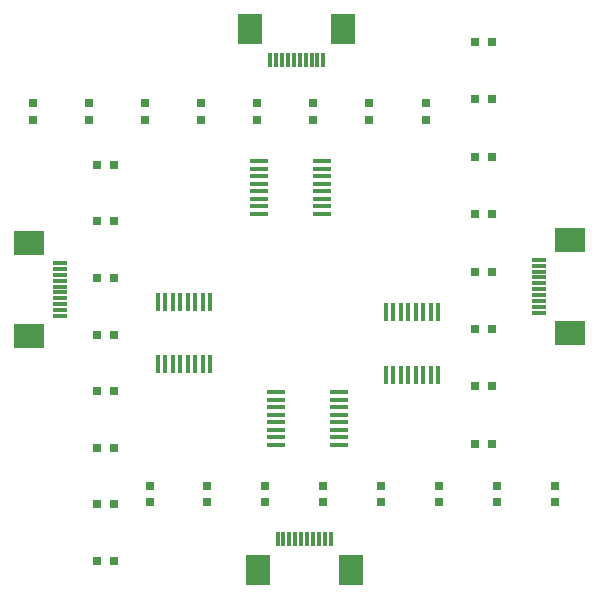
<source format=gtp>
G04*
G04 #@! TF.GenerationSoftware,Altium Limited,Altium Designer,19.0.10 (269)*
G04*
G04 Layer_Color=8421504*
%FSLAX43Y43*%
%MOMM*%
G71*
G01*
G75*
%ADD13R,1.600X0.356*%
%ADD14R,0.762X0.762*%
%ADD15R,2.500X2.000*%
%ADD16R,1.270X0.300*%
%ADD17R,2.000X2.500*%
%ADD18R,0.300X1.270*%
%ADD19R,0.762X0.762*%
%ADD20R,0.356X1.600*%
D13*
X21476Y36894D02*
D03*
Y36258D02*
D03*
Y35624D02*
D03*
Y34988D02*
D03*
Y34354D02*
D03*
Y33718D02*
D03*
Y33083D02*
D03*
Y32449D02*
D03*
X26784D02*
D03*
Y33083D02*
D03*
Y33718D02*
D03*
Y34354D02*
D03*
Y34988D02*
D03*
Y35624D02*
D03*
Y36258D02*
D03*
Y36894D02*
D03*
X28204Y12891D02*
D03*
Y13526D02*
D03*
Y14160D02*
D03*
Y14795D02*
D03*
Y15431D02*
D03*
Y16066D02*
D03*
Y16701D02*
D03*
Y17336D02*
D03*
X22896D02*
D03*
Y16701D02*
D03*
Y16066D02*
D03*
Y15431D02*
D03*
Y14795D02*
D03*
Y14160D02*
D03*
Y13526D02*
D03*
Y12891D02*
D03*
D14*
X7747Y36576D02*
D03*
X9144D02*
D03*
X7747Y31786D02*
D03*
X9144D02*
D03*
X7747Y26997D02*
D03*
X9144D02*
D03*
X7747Y22207D02*
D03*
X9144D02*
D03*
X7747Y12627D02*
D03*
X9144D02*
D03*
X7747Y17417D02*
D03*
X9144D02*
D03*
X7747Y7838D02*
D03*
X9144D02*
D03*
X7747Y3048D02*
D03*
X9144D02*
D03*
X41148Y46990D02*
D03*
X39751D02*
D03*
X41148Y42128D02*
D03*
X39751D02*
D03*
X41148Y37265D02*
D03*
X39751D02*
D03*
X41148Y32403D02*
D03*
X39751D02*
D03*
X41148Y27541D02*
D03*
X39751D02*
D03*
X41148Y22679D02*
D03*
X39751D02*
D03*
X41148Y17816D02*
D03*
X39751D02*
D03*
X41148Y12954D02*
D03*
X39751D02*
D03*
D15*
X1996Y22090D02*
D03*
X1986Y29950D02*
D03*
X47752Y30226D02*
D03*
X47762Y22366D02*
D03*
D16*
X4572Y23773D02*
D03*
Y24273D02*
D03*
Y24773D02*
D03*
Y25273D02*
D03*
Y25773D02*
D03*
Y26273D02*
D03*
Y26773D02*
D03*
Y27273D02*
D03*
Y27773D02*
D03*
Y28273D02*
D03*
X45176Y28543D02*
D03*
Y28043D02*
D03*
Y27543D02*
D03*
Y27043D02*
D03*
Y26543D02*
D03*
Y26043D02*
D03*
Y25543D02*
D03*
Y25043D02*
D03*
Y24543D02*
D03*
Y24043D02*
D03*
D17*
X20725Y48042D02*
D03*
X28585Y48052D02*
D03*
X29210Y2286D02*
D03*
X21350Y2276D02*
D03*
D18*
X22408Y45466D02*
D03*
X22908D02*
D03*
X23408D02*
D03*
X23908D02*
D03*
X24408D02*
D03*
X24908D02*
D03*
X25408D02*
D03*
X25908D02*
D03*
X26408D02*
D03*
X26908D02*
D03*
X27527Y4862D02*
D03*
X27027D02*
D03*
X26527D02*
D03*
X26027D02*
D03*
X25527D02*
D03*
X25027D02*
D03*
X24527D02*
D03*
X24027D02*
D03*
X23527D02*
D03*
X23027D02*
D03*
D19*
X2286Y41783D02*
D03*
Y40386D02*
D03*
X7039Y41783D02*
D03*
Y40386D02*
D03*
X11793Y41783D02*
D03*
Y40386D02*
D03*
X16546Y41783D02*
D03*
Y40386D02*
D03*
X21300Y41783D02*
D03*
Y40386D02*
D03*
X26053Y41783D02*
D03*
Y40386D02*
D03*
X30807Y41783D02*
D03*
Y40386D02*
D03*
X35560Y41783D02*
D03*
Y40386D02*
D03*
X46482Y8001D02*
D03*
Y9398D02*
D03*
X41583Y8001D02*
D03*
Y9398D02*
D03*
X36685Y8001D02*
D03*
Y9398D02*
D03*
X31786Y8001D02*
D03*
Y9398D02*
D03*
X26888Y8001D02*
D03*
Y9398D02*
D03*
X21989Y8001D02*
D03*
Y9398D02*
D03*
X17091Y8001D02*
D03*
Y9398D02*
D03*
X12192Y8001D02*
D03*
Y9398D02*
D03*
D20*
X12891Y19698D02*
D03*
X13526D02*
D03*
X14160D02*
D03*
X14795D02*
D03*
X15431D02*
D03*
X16066D02*
D03*
X16701D02*
D03*
X17336D02*
D03*
Y25006D02*
D03*
X16701D02*
D03*
X16066D02*
D03*
X15431D02*
D03*
X14795D02*
D03*
X14160D02*
D03*
X13526D02*
D03*
X12891D02*
D03*
X36639Y24117D02*
D03*
X36005D02*
D03*
X35369D02*
D03*
X34735D02*
D03*
X34099D02*
D03*
X33465D02*
D03*
X32829D02*
D03*
X32194D02*
D03*
Y18809D02*
D03*
X32829D02*
D03*
X33465D02*
D03*
X34099D02*
D03*
X34735D02*
D03*
X35369D02*
D03*
X36005D02*
D03*
X36639D02*
D03*
M02*

</source>
